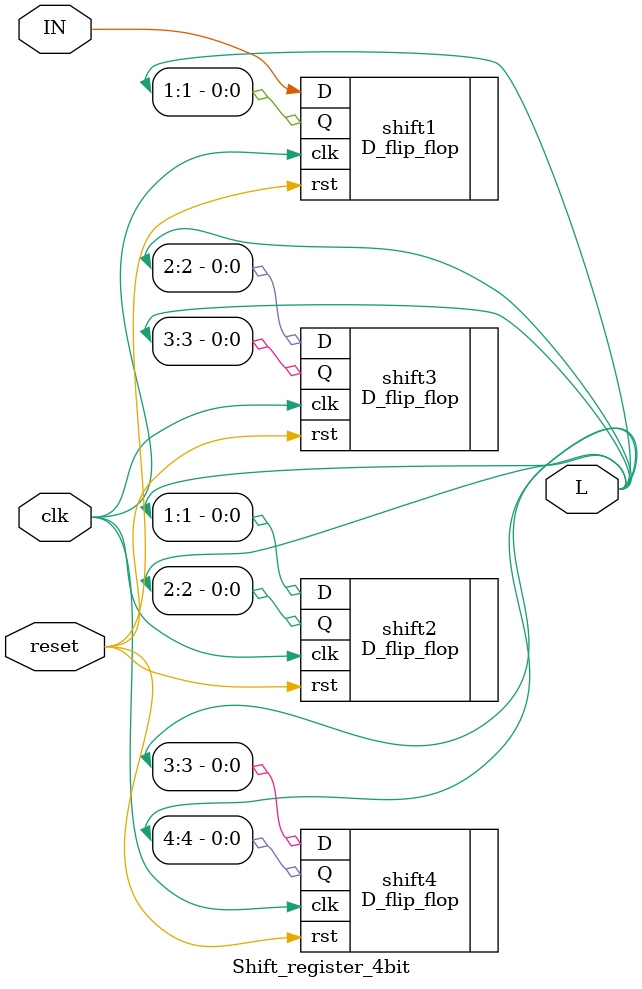
<source format=sv>
module sequence_detect_1Register(
			input  logic W, clk, reset,
			output logic Z,
			output [3:0] one, zero // To show to sequence of 0's and 1's
);
Shift_register_4bit_ONE   countONE (.clk(clk), .reset(reset), .IN(W), .L(one)  );
Shift_register_4bit_ZERO  countZERO(.clk(clk), .reset(reset), .IN(W), .L(zero) );

// The Combinational Circuit to detect four 0's or 1's: 
assign Z = ~(zero[0] | zero[1] | zero[2] | zero[3]) | (one[0]& one[1]& one[2]& one[3]); 

endmodule





module Shift_register_4bit(
		input  logic reset, clk, IN,
		output logic [4:1] L
);

D_flip_flop  	shift1 (.clk(clk), .rst(reset), .D(IN),   .Q(L[1]) );
D_flip_flop  	shift2 (.clk(clk), .rst(reset), .D(L[1]), .Q(L[2]) );
D_flip_flop  	shift3 (.clk(clk), .rst(reset), .D(L[2]), .Q(L[3]) );
D_flip_flop  	shift4 (.clk(clk), .rst(reset), .D(L[3]), .Q(L[4]) );
endmodule




</source>
